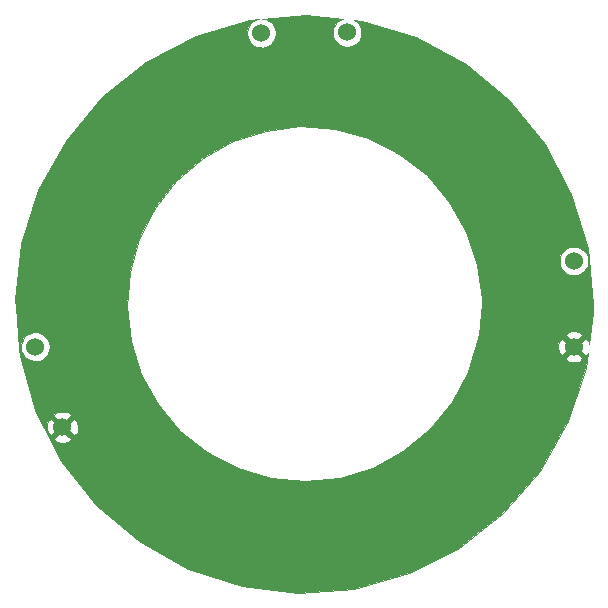
<source format=gbl>
G04 #@! TF.FileFunction,Copper,L2,Bot,Signal*
%FSLAX46Y46*%
G04 Gerber Fmt 4.6, Leading zero omitted, Abs format (unit mm)*
G04 Created by KiCad (PCBNEW 4.0.1-stable) date 2/4/2016 5:51:53 PM*
%MOMM*%
G01*
G04 APERTURE LIST*
%ADD10C,0.100000*%
%ADD11C,1.524000*%
%ADD12C,0.900000*%
%ADD13C,0.400000*%
G04 APERTURE END LIST*
D10*
D11*
X181640000Y-52020000D03*
X157540000Y-85450000D03*
X155240000Y-78620000D03*
X174390000Y-52080000D03*
X200820000Y-78620000D03*
X200840000Y-71380000D03*
D12*
X193120000Y-64130000D03*
X196130000Y-61830000D03*
X195700000Y-69270000D03*
X199340000Y-68050000D03*
X196600000Y-75040000D03*
X200460000Y-75040000D03*
X195680000Y-80750000D03*
X199300000Y-81890000D03*
X196130000Y-88230000D03*
X193080000Y-85930000D03*
X191170000Y-93150000D03*
X188940000Y-90060000D03*
X184970000Y-96320000D03*
X183710000Y-92720000D03*
X178020000Y-97430000D03*
X177980000Y-93570000D03*
X171140000Y-96360000D03*
X172290000Y-92680000D03*
X164960000Y-93190000D03*
X167090000Y-90060000D03*
X159920000Y-88170000D03*
X162990000Y-85910000D03*
X160350000Y-80690000D03*
X156690000Y-81950000D03*
X159450000Y-75020000D03*
X155600000Y-75190000D03*
X156740000Y-68120000D03*
X160350000Y-69380000D03*
X162950000Y-64180000D03*
X159980000Y-61780000D03*
X164990000Y-56830000D03*
X167050000Y-60040000D03*
X172280000Y-57390000D03*
X171080000Y-53670000D03*
X178010000Y-52560000D03*
X189010000Y-60100000D03*
X191190000Y-56800000D03*
X184880000Y-53640000D03*
X183760000Y-57360000D03*
D13*
X196130000Y-61830000D02*
X196110000Y-61830000D01*
X196600000Y-75040000D02*
X196600000Y-75020000D01*
X200460000Y-75040000D02*
X200460000Y-75060000D01*
X195680000Y-80750000D02*
X195700000Y-80750000D01*
X183760000Y-57360000D02*
X183790000Y-57360000D01*
D10*
G36*
X181291451Y-50853583D02*
X181075768Y-50940725D01*
X180876882Y-51070872D01*
X180707062Y-51237172D01*
X180572778Y-51433290D01*
X180479143Y-51651755D01*
X180429726Y-51884246D01*
X180426407Y-52121908D01*
X180469314Y-52355689D01*
X180556812Y-52576683D01*
X180685568Y-52776474D01*
X180850678Y-52947450D01*
X181045853Y-53083100D01*
X181263659Y-53178257D01*
X181495800Y-53229297D01*
X181733433Y-53234275D01*
X181967508Y-53193001D01*
X182189108Y-53107048D01*
X182389792Y-52979690D01*
X182561917Y-52815777D01*
X182698927Y-52621554D01*
X182795602Y-52404418D01*
X182848261Y-52172639D01*
X182852052Y-51901157D01*
X182805885Y-51667999D01*
X182715310Y-51448247D01*
X182583777Y-51250274D01*
X182416296Y-51081620D01*
X182223444Y-50951540D01*
X182921382Y-51024896D01*
X187484444Y-52437399D01*
X191686246Y-54709305D01*
X195366744Y-57754078D01*
X198385747Y-61455742D01*
X200628264Y-65673303D01*
X202008877Y-70246114D01*
X202475000Y-75000000D01*
X202465458Y-75683382D01*
X202122523Y-78397988D01*
X202082558Y-78213487D01*
X202000210Y-78014685D01*
X201791016Y-77937484D01*
X201108500Y-78620000D01*
X201791016Y-79302516D01*
X202000210Y-79225315D01*
X202026392Y-79158943D01*
X201866780Y-80422399D01*
X200359025Y-84954879D01*
X197999621Y-89108181D01*
X194878438Y-92724106D01*
X191114361Y-95664926D01*
X186850761Y-97818625D01*
X182250039Y-99103170D01*
X177487434Y-99469632D01*
X172744353Y-98904054D01*
X168201457Y-97427978D01*
X164031785Y-95097627D01*
X160394158Y-92001764D01*
X157427132Y-88258308D01*
X156482894Y-86421016D01*
X156857484Y-86421016D01*
X156934685Y-86630210D01*
X157176563Y-86725624D01*
X157432409Y-86772016D01*
X157692389Y-86767604D01*
X157946513Y-86712558D01*
X158145315Y-86630210D01*
X158222516Y-86421016D01*
X157540000Y-85738500D01*
X156857484Y-86421016D01*
X156482894Y-86421016D01*
X155928565Y-85342409D01*
X156217984Y-85342409D01*
X156222396Y-85602389D01*
X156277442Y-85856513D01*
X156359790Y-86055315D01*
X156568984Y-86132516D01*
X157251500Y-85450000D01*
X157828500Y-85450000D01*
X158511016Y-86132516D01*
X158720210Y-86055315D01*
X158815624Y-85813437D01*
X158862016Y-85557591D01*
X158857604Y-85297611D01*
X158802558Y-85043487D01*
X158720210Y-84844685D01*
X158511016Y-84767484D01*
X157828500Y-85450000D01*
X157251500Y-85450000D01*
X156568984Y-84767484D01*
X156359790Y-84844685D01*
X156264376Y-85086563D01*
X156217984Y-85342409D01*
X155928565Y-85342409D01*
X155484825Y-84478984D01*
X156857484Y-84478984D01*
X157540000Y-85161500D01*
X158222516Y-84478984D01*
X158145315Y-84269790D01*
X157903437Y-84174376D01*
X157647591Y-84127984D01*
X157387611Y-84132396D01*
X157133487Y-84187442D01*
X156934685Y-84269790D01*
X156857484Y-84478984D01*
X155484825Y-84478984D01*
X155243721Y-84009848D01*
X153927088Y-79418206D01*
X153868619Y-78721908D01*
X154026407Y-78721908D01*
X154069314Y-78955689D01*
X154156812Y-79176683D01*
X154285568Y-79376474D01*
X154450678Y-79547450D01*
X154645853Y-79683100D01*
X154863659Y-79778257D01*
X155095800Y-79829297D01*
X155333433Y-79834275D01*
X155567508Y-79793001D01*
X155789108Y-79707048D01*
X155989792Y-79579690D01*
X156161917Y-79415777D01*
X156298927Y-79221554D01*
X156395602Y-79004418D01*
X156448261Y-78772639D01*
X156452052Y-78501157D01*
X156405885Y-78267999D01*
X156315310Y-78048247D01*
X156183777Y-77850274D01*
X156016296Y-77681620D01*
X155819246Y-77548708D01*
X155600132Y-77456601D01*
X155367301Y-77408808D01*
X155129622Y-77407148D01*
X154896147Y-77451686D01*
X154675768Y-77540725D01*
X154476882Y-77670872D01*
X154307062Y-77837172D01*
X154172778Y-78033290D01*
X154079143Y-78251755D01*
X154029726Y-78484246D01*
X154026407Y-78721908D01*
X153868619Y-78721908D01*
X153573698Y-75209782D01*
X162976465Y-75209782D01*
X163303332Y-78123873D01*
X164189992Y-80918977D01*
X165602670Y-83488629D01*
X167487558Y-85734952D01*
X169772863Y-87572384D01*
X172371536Y-88930937D01*
X175184596Y-89758866D01*
X178104893Y-90024634D01*
X181021196Y-89718118D01*
X183822422Y-88850994D01*
X186401873Y-87456290D01*
X188661300Y-85587129D01*
X190514642Y-83314708D01*
X191891304Y-80725582D01*
X192233849Y-79591016D01*
X200137484Y-79591016D01*
X200214685Y-79800210D01*
X200456563Y-79895624D01*
X200712409Y-79942016D01*
X200972389Y-79937604D01*
X201226513Y-79882558D01*
X201425315Y-79800210D01*
X201502516Y-79591016D01*
X200820000Y-78908500D01*
X200137484Y-79591016D01*
X192233849Y-79591016D01*
X192559500Y-78512409D01*
X199497984Y-78512409D01*
X199502396Y-78772389D01*
X199557442Y-79026513D01*
X199639790Y-79225315D01*
X199848984Y-79302516D01*
X200531500Y-78620000D01*
X199848984Y-77937484D01*
X199639790Y-78014685D01*
X199544376Y-78256563D01*
X199497984Y-78512409D01*
X192559500Y-78512409D01*
X192738851Y-77918371D01*
X192765264Y-77648984D01*
X200137484Y-77648984D01*
X200820000Y-78331500D01*
X201502516Y-77648984D01*
X201425315Y-77439790D01*
X201183437Y-77344376D01*
X200927591Y-77297984D01*
X200667611Y-77302396D01*
X200413487Y-77357442D01*
X200214685Y-77439790D01*
X200137484Y-77648984D01*
X192765264Y-77648984D01*
X193025000Y-75000000D01*
X193019142Y-74580477D01*
X192651619Y-71671234D01*
X192588639Y-71481908D01*
X199626407Y-71481908D01*
X199669314Y-71715689D01*
X199756812Y-71936683D01*
X199885568Y-72136474D01*
X200050678Y-72307450D01*
X200245853Y-72443100D01*
X200463659Y-72538257D01*
X200695800Y-72589297D01*
X200933433Y-72594275D01*
X201167508Y-72553001D01*
X201389108Y-72467048D01*
X201589792Y-72339690D01*
X201761917Y-72175777D01*
X201898927Y-71981554D01*
X201995602Y-71764418D01*
X202048261Y-71532639D01*
X202052052Y-71261157D01*
X202005885Y-71027999D01*
X201915310Y-70808247D01*
X201783777Y-70610274D01*
X201616296Y-70441620D01*
X201419246Y-70308708D01*
X201200132Y-70216601D01*
X200967301Y-70168808D01*
X200729622Y-70167148D01*
X200496147Y-70211686D01*
X200275768Y-70300725D01*
X200076882Y-70430872D01*
X199907062Y-70597172D01*
X199772778Y-70793290D01*
X199679143Y-71011755D01*
X199629726Y-71244246D01*
X199626407Y-71481908D01*
X192588639Y-71481908D01*
X191726021Y-68888782D01*
X190277602Y-66339104D01*
X188361534Y-64119318D01*
X186050798Y-62313973D01*
X183433409Y-60991835D01*
X180609064Y-60203264D01*
X177685340Y-59978295D01*
X174773602Y-60325499D01*
X171984756Y-61231650D01*
X169425029Y-62662233D01*
X167191919Y-64562758D01*
X165370487Y-66860834D01*
X164030108Y-69468929D01*
X163221839Y-72287700D01*
X162976465Y-75209782D01*
X153573698Y-75209782D01*
X153527386Y-74658276D01*
X154059837Y-69911361D01*
X155504163Y-65358272D01*
X157805347Y-61172433D01*
X160875740Y-57513281D01*
X164598390Y-54520193D01*
X168831504Y-52307175D01*
X173413842Y-50958520D01*
X174153515Y-50891204D01*
X174046147Y-50911686D01*
X173825768Y-51000725D01*
X173626882Y-51130872D01*
X173457062Y-51297172D01*
X173322778Y-51493290D01*
X173229143Y-51711755D01*
X173179726Y-51944246D01*
X173176407Y-52181908D01*
X173219314Y-52415689D01*
X173306812Y-52636683D01*
X173435568Y-52836474D01*
X173600678Y-53007450D01*
X173795853Y-53143100D01*
X174013659Y-53238257D01*
X174245800Y-53289297D01*
X174483433Y-53294275D01*
X174717508Y-53253001D01*
X174939108Y-53167048D01*
X175139792Y-53039690D01*
X175311917Y-52875777D01*
X175448927Y-52681554D01*
X175545602Y-52464418D01*
X175598261Y-52232639D01*
X175602052Y-51961157D01*
X175555885Y-51727999D01*
X175465310Y-51508247D01*
X175333777Y-51310274D01*
X175166296Y-51141620D01*
X174969246Y-51008708D01*
X174750132Y-50916601D01*
X174517301Y-50868808D01*
X174407997Y-50868045D01*
X178170866Y-50525596D01*
X181291451Y-50853583D01*
X181291451Y-50853583D01*
G37*
X181291451Y-50853583D02*
X181075768Y-50940725D01*
X180876882Y-51070872D01*
X180707062Y-51237172D01*
X180572778Y-51433290D01*
X180479143Y-51651755D01*
X180429726Y-51884246D01*
X180426407Y-52121908D01*
X180469314Y-52355689D01*
X180556812Y-52576683D01*
X180685568Y-52776474D01*
X180850678Y-52947450D01*
X181045853Y-53083100D01*
X181263659Y-53178257D01*
X181495800Y-53229297D01*
X181733433Y-53234275D01*
X181967508Y-53193001D01*
X182189108Y-53107048D01*
X182389792Y-52979690D01*
X182561917Y-52815777D01*
X182698927Y-52621554D01*
X182795602Y-52404418D01*
X182848261Y-52172639D01*
X182852052Y-51901157D01*
X182805885Y-51667999D01*
X182715310Y-51448247D01*
X182583777Y-51250274D01*
X182416296Y-51081620D01*
X182223444Y-50951540D01*
X182921382Y-51024896D01*
X187484444Y-52437399D01*
X191686246Y-54709305D01*
X195366744Y-57754078D01*
X198385747Y-61455742D01*
X200628264Y-65673303D01*
X202008877Y-70246114D01*
X202475000Y-75000000D01*
X202465458Y-75683382D01*
X202122523Y-78397988D01*
X202082558Y-78213487D01*
X202000210Y-78014685D01*
X201791016Y-77937484D01*
X201108500Y-78620000D01*
X201791016Y-79302516D01*
X202000210Y-79225315D01*
X202026392Y-79158943D01*
X201866780Y-80422399D01*
X200359025Y-84954879D01*
X197999621Y-89108181D01*
X194878438Y-92724106D01*
X191114361Y-95664926D01*
X186850761Y-97818625D01*
X182250039Y-99103170D01*
X177487434Y-99469632D01*
X172744353Y-98904054D01*
X168201457Y-97427978D01*
X164031785Y-95097627D01*
X160394158Y-92001764D01*
X157427132Y-88258308D01*
X156482894Y-86421016D01*
X156857484Y-86421016D01*
X156934685Y-86630210D01*
X157176563Y-86725624D01*
X157432409Y-86772016D01*
X157692389Y-86767604D01*
X157946513Y-86712558D01*
X158145315Y-86630210D01*
X158222516Y-86421016D01*
X157540000Y-85738500D01*
X156857484Y-86421016D01*
X156482894Y-86421016D01*
X155928565Y-85342409D01*
X156217984Y-85342409D01*
X156222396Y-85602389D01*
X156277442Y-85856513D01*
X156359790Y-86055315D01*
X156568984Y-86132516D01*
X157251500Y-85450000D01*
X157828500Y-85450000D01*
X158511016Y-86132516D01*
X158720210Y-86055315D01*
X158815624Y-85813437D01*
X158862016Y-85557591D01*
X158857604Y-85297611D01*
X158802558Y-85043487D01*
X158720210Y-84844685D01*
X158511016Y-84767484D01*
X157828500Y-85450000D01*
X157251500Y-85450000D01*
X156568984Y-84767484D01*
X156359790Y-84844685D01*
X156264376Y-85086563D01*
X156217984Y-85342409D01*
X155928565Y-85342409D01*
X155484825Y-84478984D01*
X156857484Y-84478984D01*
X157540000Y-85161500D01*
X158222516Y-84478984D01*
X158145315Y-84269790D01*
X157903437Y-84174376D01*
X157647591Y-84127984D01*
X157387611Y-84132396D01*
X157133487Y-84187442D01*
X156934685Y-84269790D01*
X156857484Y-84478984D01*
X155484825Y-84478984D01*
X155243721Y-84009848D01*
X153927088Y-79418206D01*
X153868619Y-78721908D01*
X154026407Y-78721908D01*
X154069314Y-78955689D01*
X154156812Y-79176683D01*
X154285568Y-79376474D01*
X154450678Y-79547450D01*
X154645853Y-79683100D01*
X154863659Y-79778257D01*
X155095800Y-79829297D01*
X155333433Y-79834275D01*
X155567508Y-79793001D01*
X155789108Y-79707048D01*
X155989792Y-79579690D01*
X156161917Y-79415777D01*
X156298927Y-79221554D01*
X156395602Y-79004418D01*
X156448261Y-78772639D01*
X156452052Y-78501157D01*
X156405885Y-78267999D01*
X156315310Y-78048247D01*
X156183777Y-77850274D01*
X156016296Y-77681620D01*
X155819246Y-77548708D01*
X155600132Y-77456601D01*
X155367301Y-77408808D01*
X155129622Y-77407148D01*
X154896147Y-77451686D01*
X154675768Y-77540725D01*
X154476882Y-77670872D01*
X154307062Y-77837172D01*
X154172778Y-78033290D01*
X154079143Y-78251755D01*
X154029726Y-78484246D01*
X154026407Y-78721908D01*
X153868619Y-78721908D01*
X153573698Y-75209782D01*
X162976465Y-75209782D01*
X163303332Y-78123873D01*
X164189992Y-80918977D01*
X165602670Y-83488629D01*
X167487558Y-85734952D01*
X169772863Y-87572384D01*
X172371536Y-88930937D01*
X175184596Y-89758866D01*
X178104893Y-90024634D01*
X181021196Y-89718118D01*
X183822422Y-88850994D01*
X186401873Y-87456290D01*
X188661300Y-85587129D01*
X190514642Y-83314708D01*
X191891304Y-80725582D01*
X192233849Y-79591016D01*
X200137484Y-79591016D01*
X200214685Y-79800210D01*
X200456563Y-79895624D01*
X200712409Y-79942016D01*
X200972389Y-79937604D01*
X201226513Y-79882558D01*
X201425315Y-79800210D01*
X201502516Y-79591016D01*
X200820000Y-78908500D01*
X200137484Y-79591016D01*
X192233849Y-79591016D01*
X192559500Y-78512409D01*
X199497984Y-78512409D01*
X199502396Y-78772389D01*
X199557442Y-79026513D01*
X199639790Y-79225315D01*
X199848984Y-79302516D01*
X200531500Y-78620000D01*
X199848984Y-77937484D01*
X199639790Y-78014685D01*
X199544376Y-78256563D01*
X199497984Y-78512409D01*
X192559500Y-78512409D01*
X192738851Y-77918371D01*
X192765264Y-77648984D01*
X200137484Y-77648984D01*
X200820000Y-78331500D01*
X201502516Y-77648984D01*
X201425315Y-77439790D01*
X201183437Y-77344376D01*
X200927591Y-77297984D01*
X200667611Y-77302396D01*
X200413487Y-77357442D01*
X200214685Y-77439790D01*
X200137484Y-77648984D01*
X192765264Y-77648984D01*
X193025000Y-75000000D01*
X193019142Y-74580477D01*
X192651619Y-71671234D01*
X192588639Y-71481908D01*
X199626407Y-71481908D01*
X199669314Y-71715689D01*
X199756812Y-71936683D01*
X199885568Y-72136474D01*
X200050678Y-72307450D01*
X200245853Y-72443100D01*
X200463659Y-72538257D01*
X200695800Y-72589297D01*
X200933433Y-72594275D01*
X201167508Y-72553001D01*
X201389108Y-72467048D01*
X201589792Y-72339690D01*
X201761917Y-72175777D01*
X201898927Y-71981554D01*
X201995602Y-71764418D01*
X202048261Y-71532639D01*
X202052052Y-71261157D01*
X202005885Y-71027999D01*
X201915310Y-70808247D01*
X201783777Y-70610274D01*
X201616296Y-70441620D01*
X201419246Y-70308708D01*
X201200132Y-70216601D01*
X200967301Y-70168808D01*
X200729622Y-70167148D01*
X200496147Y-70211686D01*
X200275768Y-70300725D01*
X200076882Y-70430872D01*
X199907062Y-70597172D01*
X199772778Y-70793290D01*
X199679143Y-71011755D01*
X199629726Y-71244246D01*
X199626407Y-71481908D01*
X192588639Y-71481908D01*
X191726021Y-68888782D01*
X190277602Y-66339104D01*
X188361534Y-64119318D01*
X186050798Y-62313973D01*
X183433409Y-60991835D01*
X180609064Y-60203264D01*
X177685340Y-59978295D01*
X174773602Y-60325499D01*
X171984756Y-61231650D01*
X169425029Y-62662233D01*
X167191919Y-64562758D01*
X165370487Y-66860834D01*
X164030108Y-69468929D01*
X163221839Y-72287700D01*
X162976465Y-75209782D01*
X153573698Y-75209782D01*
X153527386Y-74658276D01*
X154059837Y-69911361D01*
X155504163Y-65358272D01*
X157805347Y-61172433D01*
X160875740Y-57513281D01*
X164598390Y-54520193D01*
X168831504Y-52307175D01*
X173413842Y-50958520D01*
X174153515Y-50891204D01*
X174046147Y-50911686D01*
X173825768Y-51000725D01*
X173626882Y-51130872D01*
X173457062Y-51297172D01*
X173322778Y-51493290D01*
X173229143Y-51711755D01*
X173179726Y-51944246D01*
X173176407Y-52181908D01*
X173219314Y-52415689D01*
X173306812Y-52636683D01*
X173435568Y-52836474D01*
X173600678Y-53007450D01*
X173795853Y-53143100D01*
X174013659Y-53238257D01*
X174245800Y-53289297D01*
X174483433Y-53294275D01*
X174717508Y-53253001D01*
X174939108Y-53167048D01*
X175139792Y-53039690D01*
X175311917Y-52875777D01*
X175448927Y-52681554D01*
X175545602Y-52464418D01*
X175598261Y-52232639D01*
X175602052Y-51961157D01*
X175555885Y-51727999D01*
X175465310Y-51508247D01*
X175333777Y-51310274D01*
X175166296Y-51141620D01*
X174969246Y-51008708D01*
X174750132Y-50916601D01*
X174517301Y-50868808D01*
X174407997Y-50868045D01*
X178170866Y-50525596D01*
X181291451Y-50853583D01*
M02*

</source>
